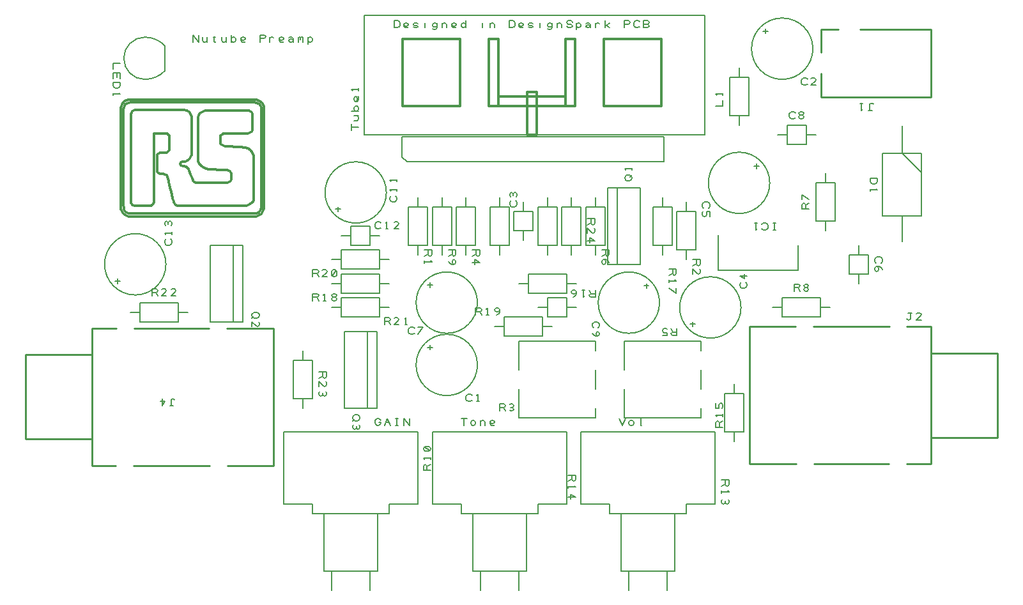
<source format=gbr>
G04 EasyPC Gerber Version 20.0.2 Build 4112 *
G04 #@! TF.Part,Single*
G04 #@! TF.FileFunction,Legend,Top *
%FSLAX35Y35*%
%MOIN*%
%ADD29C,0.00500*%
%ADD74C,0.00700*%
%ADD72C,0.00787*%
%ADD73C,0.00984*%
%ADD11C,0.01000*%
%ADD10C,0.01200*%
X0Y0D02*
D02*
D10*
X59478Y195310D02*
X58263Y195701D01*
X57217Y196378*
X56391Y197299*
X55836Y198419*
X55790Y198538*
X55750Y198629*
X55716Y198746*
X55687Y198939*
X55663Y199260*
X55644Y199760*
X55629Y200488*
X55618Y201499*
X55609Y202841*
X55604Y204567*
X55600Y206727*
X55600Y209373*
X55600Y212556*
X55601Y216327*
X55603Y220737*
X55606Y225838*
X55616Y252235*
X55722Y252609*
X56306Y253944*
X57203Y254999*
X58367Y255734*
X59750Y256109*
X59982Y256115*
X60572Y256120*
X61494Y256125*
X62724Y256129*
X64239Y256133*
X66015Y256137*
X68029Y256141*
X70257Y256143*
X72674Y256146*
X75257Y256148*
X77983Y256150*
X80828Y256152*
X83768Y256154*
X86778Y256154*
X89837Y256155*
X96000*
X99059Y256154*
X102069Y256154*
X105009Y256152*
X107854Y256150*
X110580Y256148*
X113163Y256146*
X115580Y256143*
X117807Y256141*
X119822Y256137*
X121598Y256133*
X123113Y256129*
X124343Y256125*
X125265Y256120*
X125855Y256115*
X126088Y256109*
X127836Y255551*
X129202Y254408*
X129752Y253562*
X130117Y252609*
X130222Y252235*
X130233Y225838*
X130234Y221607*
X130235Y217847*
X130236Y214532*
Y211631*
X130235Y209120*
X130235Y206968*
X130233Y205148*
X130231Y203633*
X130228Y202393*
X130224Y201402*
X130219Y200632*
X130213Y200053*
X130206Y199639*
X130199Y199362*
X130190Y199194*
X130181Y199106*
X129989Y198378*
X129692Y197706*
X129292Y197091*
X128790Y196534*
X127662Y195737*
X126329Y195307*
X126228Y195298*
X126019Y195289*
X125671Y195282*
X125146Y195276*
X124414Y195270*
X123439Y195265*
X122187Y195261*
X120624Y195257*
X118718Y195255*
X116433Y195253*
X113737Y195252*
X110594Y195251*
X106970Y195250*
X102834*
X98150Y195251*
X92884*
X87817Y195252*
X83279Y195252*
X79244Y195254*
X75683Y195254*
X72565Y195256*
X69865Y195258*
X67551Y195261*
X65597Y195263*
X63974Y195267*
X62653Y195271*
X61606Y195276*
X60804Y195281*
X60219Y195287*
X59821Y195294*
X59583Y195302*
X59478Y195310*
X62637Y200820D02*
X62012Y201002D01*
X61522Y201295*
X61161Y201706*
X60922Y202238*
X60910Y202294*
X60900Y202400*
X60890Y202583*
X60882Y202874*
X60876Y203302*
X60870Y203894*
X60865Y204681*
X60860Y205692*
X60856Y206956*
X60853Y208501*
X60850Y210358*
X60848Y212555*
X60846Y215121*
X60844Y218085*
X60842Y221478*
X60840Y225326*
X60838Y230889*
X60837Y235644*
X60838Y239617*
X60841Y242833*
X60846Y245317*
X60852Y247093*
X60861Y248187*
X60871Y248623*
X61067Y249525*
X61469Y250184*
X62096Y250615*
X62961Y250836*
X63215Y250847*
X63796Y250857*
X64734Y250864*
X66065Y250869*
X67820Y250871*
X70034Y250872*
X72740Y250872*
X75970Y250869*
X88608Y250856*
X88973Y250770*
X89624Y250585*
X90189Y250345*
X90694Y250038*
X91167Y249649*
X91878Y248780*
X92359Y247727*
X92437Y247485*
X92494Y247228*
X92535Y246812*
X92561Y246093*
X92576Y244926*
X92582Y243167*
X92584Y240672*
Y233959*
X92582Y231486*
X92576Y229736*
X92563Y228570*
X92539Y227847*
X92503Y227427*
X92451Y227172*
X92382Y226940*
X92026Y226099*
X91503Y225353*
X90831Y224726*
X90035Y224242*
X89291Y223965*
X88383Y223789*
X87634Y223667*
X87163Y223527*
X86892Y223331*
X86743Y223046*
X86709Y222852*
X86700Y222594*
X86715Y222341*
X86752Y222163*
X86918Y221938*
X87229Y221757*
X87726Y221604*
X88446Y221462*
X88919Y221377*
X89251Y221296*
X89518Y221195*
X89797Y221052*
X90069Y220863*
X90367Y220598*
X90641Y220304*
X90844Y220026*
X90976Y219733*
X91227Y219104*
X91579Y218189*
X92013Y217035*
X92424Y215940*
X92785Y214993*
X93056Y214295*
X93202Y213947*
X93446Y213549*
X93755Y213239*
X94142Y213004*
X94625Y212833*
X94946Y212746*
X111049*
X111380Y212835*
X112005Y213073*
X112501Y213416*
X112867Y213865*
X113102Y214420*
X113139Y214599*
X113161Y214864*
X113172Y215310*
X113174Y216034*
X113172Y216803*
X113161Y217246*
X113134Y217502*
X113084Y217706*
X112873Y218234*
X112545Y218652*
X111845Y219116*
X110872Y219345*
X110383Y219376*
X109330Y219430*
X107866Y219500*
X106147Y219579*
X104437Y219656*
X102999Y219722*
X101983Y219772*
X101541Y219796*
X99789Y220204*
X98196Y220996*
X96681Y222448*
X95839Y224300*
X95734Y224715*
Y238932*
X95735Y241554*
X95738Y243480*
X95744Y244827*
X95753Y245709*
X95766Y246239*
X95783Y246532*
X95807Y246703*
X96252Y248124*
X97021Y249219*
X98105Y249976*
X99494Y250387*
X99689Y250403*
X100089Y250416*
X100765Y250426*
X101795Y250433*
X103253Y250439*
X105215Y250442*
X107756Y250444*
X110950*
X114486Y250443*
X117183Y250442*
X119160Y250439*
X120535Y250433*
X121428Y250424*
X121954Y250411*
X122235Y250393*
X122387Y250370*
X123022Y250162*
X123513Y249829*
X123865Y249365*
X124087Y248761*
X124126Y248494*
X124148Y247907*
X124157Y246681*
X124159Y244499*
X124158Y240542*
X124070Y240228*
X123776Y239527*
X123331Y239022*
X122706Y238693*
X121875Y238517*
X121321Y238500*
X120036Y238487*
X118077Y238480*
X115506Y238476*
X113315*
X111689Y238474*
X110536Y238465*
X109761Y238448*
X109273Y238417*
X108978Y238370*
X108783Y238304*
X108596Y238213*
X108077Y237846*
X107692Y237350*
X107613Y237191*
X107553Y237039*
X107509Y236872*
X107480Y236667*
X107461Y236402*
X107452Y236056*
X107450Y235607*
X107454Y235033*
X107466Y233490*
X107613Y233193*
X107946Y232724*
X108430Y232349*
X109054Y232073*
X109809Y231903*
X110308Y231864*
X111451Y231787*
X113067Y231686*
X114986Y231568*
X116907Y231450*
X118532Y231347*
X119689Y231272*
X120205Y231233*
X121814Y230754*
X123188Y229782*
X124243Y228398*
X124893Y226684*
X124983Y226291*
X124996Y215739*
X124999Y211095*
X124995Y207713*
X124985Y205592*
X124969Y204733*
X124917Y204324*
X124850Y203978*
X124393Y202886*
X123641Y201993*
X122608Y201316*
X121313Y200868*
X120931Y200780*
X103411Y200768*
X99092Y200766*
X95420Y200765*
X92370Y200766*
X89913Y200768*
X88026Y200773*
X86681Y200779*
X85854Y200787*
X85518Y200798*
X84976Y200886*
X84547Y201021*
X84189Y201220*
X83864Y201503*
X83486Y201985*
X83213Y202614*
X83057Y203208*
X82702Y204626*
X82199Y206655*
X81602Y209083*
X81003Y211518*
X80494Y213567*
X80130Y215013*
X79965Y215643*
X79728Y216220*
X79432Y216658*
X79061Y216977*
X78598Y217195*
X78312Y217277*
X77983Y217336*
X77564Y217379*
X77013Y217411*
X76502Y217445*
X76131Y217496*
X75831Y217579*
X75537Y217706*
X75184Y217920*
X74900Y218185*
X74677Y218517*
X74503Y218924*
X74395Y219244*
Y222943*
X74397Y224970*
X74406Y226115*
X74426Y226663*
X74465Y226900*
X74673Y227437*
X74982Y227850*
X75409Y228152*
X75970Y228363*
X76181Y228409*
X76470Y228438*
X76951Y228459*
X77742Y228476*
X78646Y228498*
X79164Y228530*
X79468Y228595*
X79730Y228712*
X80308Y229176*
X80723Y229893*
X80842Y230256*
X80904Y230790*
X80927Y231844*
X80931Y233770*
X80930Y234881*
X80928Y235710*
X80920Y236306*
X80903Y236719*
X80874Y236996*
X80831Y237188*
X80769Y237343*
X80685Y237509*
X80526Y237749*
X80300Y237991*
X80038Y238206*
X79769Y238369*
X79580Y238456*
X79396Y238522*
X79172Y238569*
X78863Y238600*
X78422Y238620*
X77804Y238629*
X76964Y238633*
X72841*
X72831Y220670*
X72829Y217657*
X72827Y215000*
X72825Y212676*
X72823Y210662*
X72821Y208937*
X72819Y207475*
X72815Y206257*
X72811Y205258*
X72807Y204457*
X72802Y203831*
X72797Y203356*
X72790Y203011*
X72781Y202773*
X72772Y202618*
X72762Y202525*
X72751Y202471*
X72319Y201628*
X71607Y201077*
X71392Y200974*
X71202Y200898*
X70970Y200845*
X70630Y200811*
X70115Y200790*
X69358Y200780*
X68294Y200775*
X66856Y200772*
X64878Y200771*
X63636Y200777*
X62949Y200793*
X62637Y200820*
X126344Y196757D02*
X126685Y196878D01*
X127047Y197048*
X127389Y197246*
X127667Y197446*
X128226Y198053*
X128609Y198772*
X128650Y198863*
X128685Y198941*
X128715Y199054*
X128740Y199250*
X128761Y199577*
X128779Y200084*
X128793Y200820*
X128804Y201832*
X128811Y203170*
X128817Y204881*
X128821Y207014*
X128824Y209618*
X128824Y212740*
X128825Y216430*
Y225705*
X128824Y229894*
Y233616*
X128824Y236896*
X128823Y239763*
X128821Y242246*
X128820Y244371*
X128817Y246167*
X128814Y247661*
X128811Y248881*
X128806Y249855*
X128801Y250610*
X128795Y251175*
X128788Y251578*
X128780Y251846*
X128772Y252008*
X128762Y252089*
X128434Y252981*
X127869Y253736*
X127119Y254306*
X126231Y254639*
X126007Y254646*
X125422Y254654*
X124502Y254661*
X123272Y254667*
X121753Y254672*
X119970Y254677*
X117948Y254682*
X115710Y254686*
X113280Y254690*
X110683Y254693*
X107942Y254696*
X105081Y254698*
X102124Y254700*
X99096Y254701*
X96019Y254702*
X92919Y254702*
X89818Y254702*
X86741Y254701*
X83713Y254700*
X80755Y254698*
X77895Y254696*
X75154Y254693*
X72556Y254690*
X70126Y254686*
X67889Y254682*
X65867Y254677*
X64084Y254672*
X62565Y254667*
X61334Y254661*
X60415Y254654*
X59830Y254646*
X59606Y254639*
X58719Y254306*
X57968Y253736*
X57404Y252981*
X57076Y252089*
X57065Y252008*
X57056Y251846*
X57049Y251578*
X57042Y251175*
X57036Y250610*
X57031Y249855*
X57027Y248881*
X57023Y247661*
X57020Y246167*
X57018Y244371*
X57016Y242246*
X57015Y239763*
X57014Y236896*
X57013Y233616*
Y225705*
X57013Y220735*
Y216430*
X57013Y212740*
X57014Y209618*
X57017Y207014*
X57020Y204881*
X57026Y203170*
X57034Y201832*
X57045Y200820*
X57058Y200084*
X57076Y199577*
X57097Y199250*
X57122Y199054*
X57152Y198941*
X57187Y198863*
X57228Y198772*
X57623Y198035*
X58191Y197430*
X58898Y196984*
X59711Y196722*
X59824Y196715*
X60098Y196709*
X60552Y196702*
X61210Y196697*
X62093Y196693*
X63224Y196689*
X64625Y196686*
X66318Y196683*
X68325Y196681*
X70668Y196679*
X73370Y196678*
X76453Y196677*
X88209*
X93037Y196678*
X98673Y196679*
X103631Y196680*
X107953Y196681*
X111684Y196683*
X114869Y196685*
X117550Y196687*
X119772Y196690*
X121578Y196693*
X123013Y196697*
X124120Y196702*
X124944Y196709*
X125528Y196716*
X125916Y196724*
X126152Y196734*
X126280Y196745*
X126344Y196757*
X202608Y252750D02*
X232608D01*
Y287750*
X202608*
Y252750*
X247608D02*
X252608D01*
Y287750*
X247608*
Y252750*
X252608D02*
X287608D01*
Y257750*
X252608*
Y252750*
X267608Y237750D02*
X272608D01*
Y260250*
X267608*
Y237750*
X287608Y252750D02*
X292608D01*
Y287750*
X287608*
Y252750*
X307608D02*
X337608D01*
Y287750*
X307608*
Y252750*
D02*
D11*
X40600Y123124D02*
X5757D01*
Y79030*
X40600*
X52994Y65250D02*
X40600D01*
Y136904*
X53254*
X101482D02*
X62446D01*
X101919Y65250D02*
X62096D01*
X111198D02*
X135088D01*
Y136904*
X110761*
X407502Y137750D02*
X383612D01*
Y66096*
X407939*
X416781Y137750D02*
X456604D01*
X417218Y66096D02*
X456254D01*
X465706Y137750D02*
X478100D01*
Y66096*
X465446*
X478100Y79876D02*
X512943D01*
Y123970*
X478100*
D02*
D29*
X55287Y275250D02*
X51537D01*
Y272125*
Y270250D02*
X55287D01*
Y267125*
X53413Y267750D02*
Y270250D01*
X51537D02*
Y267125D01*
Y265250D02*
X55287D01*
Y263375*
X54975Y262750*
X54663Y262437*
X54037Y262125*
X52787*
X52163Y262437*
X51850Y262750*
X51537Y263375*
Y265250*
Y259625D02*
Y258375D01*
Y259000D02*
X55287D01*
X54663Y259625*
X53913Y160250D02*
Y162750D01*
X55163Y161500D02*
X52663D01*
X60600Y145250D02*
X65600D01*
X63100Y154250D02*
G75*
G02X47100Y170250J16000D01*
G01*
G75*
G02X63100Y186250I16000*
G01*
G75*
G02X79100Y170250J-16000*
G01*
G75*
G02X63100Y154250I-16000*
G01*
X65600Y140250D02*
Y150250D01*
X85600*
Y140250*
X65600*
X68100Y288750D02*
G75*
G03X57100Y277750J-11000D01*
G01*
G75*
G03X68100Y266750I11000*
G01*
G75*
G03X78400Y271050I-41J14583*
G01*
Y284450*
G75*
G03X68100Y288750I-10341J-10283*
G01*
X71850Y153687D02*
Y157437D01*
X74037*
X74663Y157125*
X74975Y156500*
X74663Y155875*
X74037Y155563*
X71850*
X74037D02*
X74975Y153687D01*
X79350D02*
X76850D01*
X79037Y155875*
X79350Y156500*
X79037Y157125*
X78413Y157437*
X77475*
X76850Y157125*
X84350Y153687D02*
X81850D01*
X84037Y155875*
X84350Y156500*
X84037Y157125*
X83413Y157437*
X82475*
X81850Y157125*
X81537Y183375D02*
X81850Y183063D01*
X82163Y182437*
Y181500*
X81850Y180875*
X81537Y180563*
X80913Y180250*
X79663*
X79037Y180563*
X78725Y180875*
X78413Y181500*
Y182437*
X78725Y183063*
X79037Y183375*
X82163Y185875D02*
Y187125D01*
Y186500D02*
X78413D01*
X79037Y185875*
X81850Y190563D02*
X82163Y191187D01*
Y191813*
X81850Y192437*
X81225Y192750*
X80600Y192437*
X80287Y191813*
Y191187*
Y191813D02*
X79975Y192437D01*
X79350Y192750*
X78725Y192437*
X78413Y191813*
Y191187*
X78725Y190563*
X83635Y99494D02*
X83323Y99807D01*
X82698Y100120*
X82073Y99807*
X81760Y99494*
Y96370*
X81135*
X81760D02*
X83010D01*
X77073Y100120D02*
Y96370D01*
X78635Y98870*
X76135*
X85600Y145250D02*
X90600D01*
X93100Y286187D02*
Y289937D01*
X96225Y286187*
Y289937*
X98100Y288687D02*
Y287125D01*
X98413Y286500*
X99037Y286187*
X99663*
X100287Y286500*
X100600Y287125*
Y288687D02*
Y286187D01*
X103725Y288687D02*
X104975D01*
X104350Y289313D02*
Y286500D01*
X104663Y286187*
X104975*
X105287Y286500*
X108100Y288687D02*
Y287125D01*
X108413Y286500*
X109037Y286187*
X109663*
X110287Y286500*
X110600Y287125*
Y288687D02*
Y286187D01*
X113100Y287125D02*
X113413Y286500D01*
X114037Y286187*
X114663*
X115287Y286500*
X115600Y287125*
Y287750*
X115287Y288375*
X114663Y288687*
X114037*
X113413Y288375*
X113100Y287750*
Y286187D02*
Y289937D01*
X120600Y286500D02*
X120287Y286187D01*
X119663*
X119037*
X118413Y286500*
X118100Y287125*
Y288063*
X118413Y288375*
X119037Y288687*
X119663*
X120287Y288375*
X120600Y288063*
Y287750*
X120287Y287437*
X119663Y287125*
X119037*
X118413Y287437*
X118100Y287750*
X128100Y286187D02*
Y289937D01*
X130287*
X130913Y289625*
X131225Y289000*
X130913Y288375*
X130287Y288063*
X128100*
X133100Y286187D02*
Y288687D01*
Y287750D02*
X133413Y288375D01*
X134037Y288687*
X134663*
X135287Y288375*
X140600Y286500D02*
X140287Y286187D01*
X139663*
X139037*
X138413Y286500*
X138100Y287125*
Y288063*
X138413Y288375*
X139037Y288687*
X139663*
X140287Y288375*
X140600Y288063*
Y287750*
X140287Y287437*
X139663Y287125*
X139037*
X138413Y287437*
X138100Y287750*
X143100Y288375D02*
X143725Y288687D01*
X144663*
X145287Y288375*
X145600Y287750*
Y286813*
X145287Y286500*
X144663Y286187*
X144037*
X143413Y286500*
X143100Y286813*
Y287125*
X143413Y287437*
X144037Y287750*
X144663*
X145287Y287437*
X145600Y287125*
Y286813D02*
Y286187D01*
X148100D02*
Y288687D01*
Y288375D02*
X148413Y288687D01*
X149037*
X149350Y288375*
Y287437*
Y288375D02*
X149663Y288687D01*
X150287*
X150600Y288375*
Y286187*
X153100Y288687D02*
Y285250D01*
Y287125D02*
X153413Y286500D01*
X154037Y286187*
X154663*
X155287Y286500*
X155600Y287125*
Y287750*
X155287Y288375*
X154663Y288687*
X154037*
X153413Y288375*
X153100Y287750*
Y287125*
X114100Y180250D02*
Y140250D01*
X119100Y180250D02*
X102100D01*
Y140250*
X119100*
Y180250*
X125287Y145250D02*
X126537D01*
X127163Y144937*
X127475Y144625*
X127787Y144000*
Y143375*
X127475Y142750*
X127163Y142437*
X126537Y142125*
X125287*
X124663Y142437*
X124350Y142750*
X124037Y143375*
Y144000*
X124350Y144625*
X124663Y144937*
X125287Y145250*
X124975Y143063D02*
X124037Y142125D01*
Y137750D02*
Y140250D01*
X126225Y138063*
X126850Y137750*
X127475Y138063*
X127787Y138687*
Y139625*
X127475Y140250*
X145600Y120250D02*
X155600D01*
Y100250*
X145600*
Y120250*
X150600Y100250D02*
Y95250D01*
Y125250D02*
Y120250D01*
X155600Y151187D02*
Y154937D01*
X157787*
X158413Y154625*
X158725Y154000*
X158413Y153375*
X157787Y153063*
X155600*
X157787D02*
X158725Y151187D01*
X161225D02*
X162475D01*
X161850D02*
Y154937D01*
X161225Y154313*
X166537Y153063D02*
X167163D01*
X167787Y153375*
X168100Y154000*
X167787Y154625*
X167163Y154937*
X166537*
X165913Y154625*
X165600Y154000*
X165913Y153375*
X166537Y153063*
X165913Y152750*
X165600Y152125*
X165913Y151500*
X166537Y151187*
X167163*
X167787Y151500*
X168100Y152125*
X167787Y152750*
X167163Y153063*
X155600Y163687D02*
Y167437D01*
X157787*
X158413Y167125*
X158725Y166500*
X158413Y165875*
X157787Y165563*
X155600*
X157787D02*
X158725Y163687D01*
X163100D02*
X160600D01*
X162787Y165875*
X163100Y166500*
X162787Y167125*
X162163Y167437*
X161225*
X160600Y167125*
X165913Y164000D02*
X166537Y163687D01*
X167163*
X167787Y164000*
X168100Y164625*
Y166500*
X167787Y167125*
X167163Y167437*
X166537*
X165913Y167125*
X165600Y166500*
Y164625*
X165913Y164000*
X167787Y167125*
X159037Y114000D02*
X162787D01*
Y111813*
X162475Y111187*
X161850Y110875*
X161225Y111187*
X160913Y111813*
Y114000*
Y111813D02*
X159037Y110875D01*
Y106500D02*
Y109000D01*
X161225Y106813*
X161850Y106500*
X162475Y106813*
X162787Y107437*
Y108375*
X162475Y109000*
X159350Y103687D02*
X159037Y103063D01*
Y102437*
X159350Y101813*
X159975Y101500*
X160600Y101813*
X160913Y102437*
Y103063*
Y102437D02*
X161225Y101813D01*
X161850Y101500*
X162475Y101813*
X162787Y102437*
Y103063*
X162475Y103687*
X165600Y10250D02*
Y250D01*
Y147750D02*
X170600D01*
X165600Y160250D02*
X170600D01*
Y142750D02*
Y152750D01*
X190600*
Y142750*
X170600*
Y155250D02*
Y165250D01*
X190600*
Y155250*
X170600*
Y172750D02*
X165600D01*
X168913Y197750D02*
Y200250D01*
X170163Y199000D02*
X167663D01*
X177787Y91750D02*
X179037D01*
X179663Y91437*
X179975Y91125*
X180287Y90500*
Y89875*
X179975Y89250*
X179663Y88937*
X179037Y88625*
X177787*
X177163Y88937*
X176850Y89250*
X176537Y89875*
Y90500*
X176850Y91125*
X177163Y91437*
X177787Y91750*
X177475Y89563D02*
X176537Y88625D01*
X176850Y86437D02*
X176537Y85813D01*
Y85187*
X176850Y84563*
X177475Y84250*
X178100Y84563*
X178413Y85187*
Y85813*
Y85187D02*
X178725Y84563D01*
X179350Y84250*
X179975Y84563*
X180287Y85187*
Y85813*
X179975Y86437*
X175600Y185250D02*
X170600D01*
X178100Y191750D02*
G75*
G02X162100Y207750J16000D01*
G01*
G75*
G02X178100Y223750I16000*
G01*
G75*
G02X194100Y207750J-16000*
G01*
G75*
G02X178100Y191750I-16000*
G01*
X179663Y241813D02*
X175913D01*
Y240250D02*
Y243375D01*
X177163Y245250D02*
X178725D01*
X179350Y245563*
X179663Y246187*
Y246813*
X179350Y247437*
X178725Y247750*
X177163D02*
X179663D01*
X178725Y250250D02*
X179350Y250563D01*
X179663Y251187*
Y251813*
X179350Y252437*
X178725Y252750*
X178100*
X177475Y252437*
X177163Y251813*
Y251187*
X177475Y250563*
X178100Y250250*
X179663D02*
X175913D01*
X179350Y257750D02*
X179663Y257437D01*
Y256813*
Y256187*
X179350Y255563*
X178725Y255250*
X177787*
X177475Y255563*
X177163Y256187*
Y256813*
X177475Y257437*
X177787Y257750*
X178100*
X178413Y257437*
X178725Y256813*
Y256187*
X178413Y255563*
X178100Y255250*
X179663Y260875D02*
Y262125D01*
Y261500D02*
X175913D01*
X176537Y260875*
X184100Y135250D02*
Y95250D01*
X185600Y10250D02*
Y250D01*
Y190250D02*
Y180250D01*
X175600*
Y190250*
X185600*
X190287Y87750D02*
X191225D01*
Y87437*
X190913Y86813*
X190600Y86500*
X189975Y86187*
X189350*
X188725Y86500*
X188413Y86813*
X188100Y87437*
Y88687*
X188413Y89313*
X188725Y89625*
X189350Y89937*
X189975*
X190600Y89625*
X190913Y89313*
X191225Y88687*
X193100Y86187D02*
X194663Y89937D01*
X196225Y86187*
X193725Y87750D02*
X195600D01*
X199037Y86187D02*
X200287D01*
X199663D02*
Y89937D01*
X199037D02*
X200287D01*
X203100Y86187D02*
Y89937D01*
X206225Y86187*
Y89937*
X191225Y189313D02*
X190913Y189000D01*
X190287Y188687*
X189350*
X188725Y189000*
X188413Y189313*
X188100Y189937*
Y191187*
X188413Y191813*
X188725Y192125*
X189350Y192437*
X190287*
X190913Y192125*
X191225Y191813*
X193725Y188687D02*
X194975D01*
X194350D02*
Y192437D01*
X193725Y191813*
X200600Y188687D02*
X198100D01*
X200287Y190875*
X200600Y191500*
X200287Y192125*
X199663Y192437*
X198725*
X198100Y192125*
X189100Y135250D02*
X172100D01*
Y95250*
X189100*
Y135250*
X189600Y40250D02*
Y10250D01*
X161600*
Y40250*
X190600Y147750D02*
X195600D01*
X190600Y160250D02*
X195600D01*
X190600Y177750D02*
Y167750D01*
X170600*
Y177750*
X190600*
Y185250D02*
X185600D01*
X193100Y138687D02*
Y142437D01*
X195287*
X195913Y142125*
X196225Y141500*
X195913Y140875*
X195287Y140563*
X193100*
X195287D02*
X196225Y138687D01*
X200600D02*
X198100D01*
X200287Y140875*
X200600Y141500*
X200287Y142125*
X199663Y142437*
X198725*
X198100Y142125*
X203725Y138687D02*
X204975D01*
X204350D02*
Y142437D01*
X203725Y141813*
X195600Y172750D02*
X190600D01*
X198100Y293687D02*
Y297437D01*
X199975*
X200600Y297125*
X200913Y296813*
X201225Y296187*
Y294937*
X200913Y294313*
X200600Y294000*
X199975Y293687*
X198100*
X205600Y294000D02*
X205287Y293687D01*
X204663*
X204037*
X203413Y294000*
X203100Y294625*
Y295563*
X203413Y295875*
X204037Y296187*
X204663*
X205287Y295875*
X205600Y295563*
Y295250*
X205287Y294937*
X204663Y294625*
X204037*
X203413Y294937*
X203100Y295250*
X208100Y294000D02*
X208725Y293687D01*
X209975*
X210600Y294000*
Y294625*
X209975Y294937*
X208725*
X208100Y295250*
Y295875*
X208725Y296187*
X209975*
X210600Y295875*
X214350Y293687D02*
Y296187D01*
Y297125D02*
X220600Y295250*
X220287Y295875D01*
X219663Y296187*
X219037*
X218413Y295875*
X218100Y295250*
Y294937*
X218413Y294313*
X219037Y294000*
X219663*
X220287Y294313*
X220600Y294937*
Y296187D02*
Y293687D01*
X220287Y293063*
X219663Y292750*
X218725*
X218100Y293063*
X223100Y293687D02*
Y296187D01*
Y295250D02*
X223413Y295875D01*
X224037Y296187*
X224663*
X225287Y295875*
X225600Y295250*
Y293687*
X230600Y294000D02*
X230287Y293687D01*
X229663*
X229037*
X228413Y294000*
X228100Y294625*
Y295563*
X228413Y295875*
X229037Y296187*
X229663*
X230287Y295875*
X230600Y295563*
Y295250*
X230287Y294937*
X229663Y294625*
X229037*
X228413Y294937*
X228100Y295250*
X235600D02*
X235287Y295875D01*
X234663Y296187*
X234037*
X233413Y295875*
X233100Y295250*
Y294625*
X233413Y294000*
X234037Y293687*
X234663*
X235287Y294000*
X235600Y294625*
Y293687D02*
Y297437D01*
X244350Y293687D02*
Y296187D01*
Y297125D02*
X248100Y293687*
Y296187D01*
Y295250D02*
X248413Y295875D01*
X249037Y296187*
X249663*
X250287Y295875*
X250600Y295250*
Y293687*
X258100D02*
Y297437D01*
X259975*
X260600Y297125*
X260913Y296813*
X261225Y296187*
Y294937*
X260913Y294313*
X260600Y294000*
X259975Y293687*
X258100*
X265600Y294000D02*
X265287Y293687D01*
X264663*
X264037*
X263413Y294000*
X263100Y294625*
Y295563*
X263413Y295875*
X264037Y296187*
X264663*
X265287Y295875*
X265600Y295563*
Y295250*
X265287Y294937*
X264663Y294625*
X264037*
X263413Y294937*
X263100Y295250*
X268100Y294000D02*
X268725Y293687D01*
X269975*
X270600Y294000*
Y294625*
X269975Y294937*
X268725*
X268100Y295250*
Y295875*
X268725Y296187*
X269975*
X270600Y295875*
X274350Y293687D02*
Y296187D01*
Y297125D02*
X280600Y295250*
X280287Y295875D01*
X279663Y296187*
X279037*
X278413Y295875*
X278100Y295250*
Y294937*
X278413Y294313*
X279037Y294000*
X279663*
X280287Y294313*
X280600Y294937*
Y296187D02*
Y293687D01*
X280287Y293063*
X279663Y292750*
X278725*
X278100Y293063*
X283100Y293687D02*
Y296187D01*
Y295250D02*
X283413Y295875D01*
X284037Y296187*
X284663*
X285287Y295875*
X285600Y295250*
Y293687*
X288100Y294625D02*
X288413Y294000D01*
X289037Y293687*
X290287*
X290913Y294000*
X291225Y294625*
X290913Y295250*
X290287Y295563*
X289037*
X288413Y295875*
X288100Y296500*
X288413Y297125*
X289037Y297437*
X290287*
X290913Y297125*
X291225Y296500*
X293100Y296187D02*
Y292750D01*
Y294625D02*
X293413Y294000D01*
X294037Y293687*
X294663*
X295287Y294000*
X295600Y294625*
Y295250*
X295287Y295875*
X294663Y296187*
X294037*
X293413Y295875*
X293100Y295250*
Y294625*
X298100Y295875D02*
X298725Y296187D01*
X299663*
X300287Y295875*
X300600Y295250*
Y294313*
X300287Y294000*
X299663Y293687*
X299037*
X298413Y294000*
X298100Y294313*
Y294625*
X298413Y294937*
X299037Y295250*
X299663*
X300287Y294937*
X300600Y294625*
Y294313D02*
Y293687D01*
X303100D02*
Y296187D01*
Y295250D02*
X303413Y295875D01*
X304037Y296187*
X304663*
X305287Y295875*
X308100Y293687D02*
Y297437D01*
Y294937D02*
X309037D01*
X310600Y296187*
X309037Y294937D02*
X310600Y293687D01*
X318100D02*
Y297437D01*
X320287*
X320913Y297125*
X321225Y296500*
X320913Y295875*
X320287Y295563*
X318100*
X326225Y294313D02*
X325913Y294000D01*
X325287Y293687*
X324350*
X323725Y294000*
X323413Y294313*
X323100Y294937*
Y296187*
X323413Y296813*
X323725Y297125*
X324350Y297437*
X325287*
X325913Y297125*
X326225Y296813*
X330287Y295563D02*
X330913Y295250D01*
X331225Y294625*
X330913Y294000*
X330287Y293687*
X328100*
Y297437*
X330287*
X330913Y297125*
X331225Y296500*
X330913Y295875*
X330287Y295563*
X328100*
X199037Y205875D02*
X199350Y205563D01*
X199663Y204937*
Y204000*
X199350Y203375*
X199037Y203063*
X198413Y202750*
X197163*
X196537Y203063*
X196225Y203375*
X195913Y204000*
Y204937*
X196225Y205563*
X196537Y205875*
X199663Y208375D02*
Y209625D01*
Y209000D02*
X195913D01*
X196537Y208375*
X199663Y213375D02*
Y214625D01*
Y214000D02*
X195913D01*
X196537Y213375*
X202352Y236687D02*
X338848D01*
Y223813*
X204852*
X202352Y226313*
Y236687*
X208725Y134313D02*
X208413Y134000D01*
X207787Y133687*
X206850*
X206225Y134000*
X205913Y134313*
X205600Y134937*
Y136187*
X205913Y136813*
X206225Y137125*
X206850Y137437*
X207787*
X208413Y137125*
X208725Y136813*
X210600Y133687D02*
X213100Y137437D01*
X210600*
X205600Y200250D02*
X215600D01*
Y180250*
X205600*
Y200250*
X209600Y117750D02*
G75*
G02X225600Y133750I16000D01*
G01*
G75*
G02X241600Y117750J-16000*
G01*
G75*
G02X225600Y101750I-16000*
G01*
G75*
G02X209600Y117750J16000*
G01*
Y150250D02*
G75*
G02X225600Y166250I16000D01*
G01*
G75*
G02X241600Y150250J-16000*
G01*
G75*
G02X225600Y134250I-16000*
G01*
G75*
G02X209600Y150250J16000*
G01*
X210600Y45250D02*
X195600D01*
Y40250*
X155600*
Y45250*
X140600*
Y82750*
X210600*
Y45250*
Y180250D02*
Y175250D01*
Y205250D02*
Y200250D01*
X214037Y177750D02*
X217787D01*
Y175563*
X217475Y174937*
X216850Y174625*
X216225Y174937*
X215913Y175563*
Y177750*
Y175563D02*
X214037Y174625D01*
Y172125D02*
Y170875D01*
Y171500D02*
X217787D01*
X217163Y172125*
X215600Y126937D02*
X218100D01*
X216850Y125687D02*
Y128187D01*
X215600Y159437D02*
X218100D01*
X216850Y158187D02*
Y160687D01*
X217163Y62750D02*
X213413D01*
Y64937*
X213725Y65563*
X214350Y65875*
X214975Y65563*
X215287Y64937*
Y62750*
Y64937D02*
X217163Y65875D01*
Y68375D02*
Y69625D01*
Y69000D02*
X213413D01*
X214037Y68375*
X216850Y73063D02*
X217163Y73687D01*
Y74313*
X216850Y74937*
X216225Y75250*
X214350*
X213725Y74937*
X213413Y74313*
Y73687*
X213725Y73063*
X214350Y72750*
X216225*
X216850Y73063*
X213725Y74937*
X223100Y175250D02*
Y180250D01*
Y200250D02*
Y205250D01*
X226537Y177750D02*
X230287D01*
Y175563*
X229975Y174937*
X229350Y174625*
X228725Y174937*
X228413Y175563*
Y177750*
Y175563D02*
X226537Y174625D01*
Y171813D02*
X226850Y171187D01*
X227475Y170563*
X228413Y170250*
X229350*
X229975Y170563*
X230287Y171187*
Y171813*
X229975Y172437*
X229350Y172750*
X228725Y172437*
X228413Y171813*
Y171187*
X228725Y170563*
X229350Y170250*
X228100Y180250D02*
X218100D01*
Y200250*
X228100*
Y180250*
X230600Y200250D02*
X240600D01*
Y180250*
X230600*
Y200250*
X234663Y86187D02*
Y89937D01*
X233100D02*
X236225D01*
X238100Y87125D02*
X238413Y86500D01*
X239037Y86187*
X239663*
X240287Y86500*
X240600Y87125*
Y87750*
X240287Y88375*
X239663Y88687*
X239037*
X238413Y88375*
X238100Y87750*
Y87125*
X243100Y86187D02*
Y88687D01*
Y87750D02*
X243413Y88375D01*
X244037Y88687*
X244663*
X245287Y88375*
X245600Y87750*
Y86187*
X250600Y86500D02*
X250287Y86187D01*
X249663*
X249037*
X248413Y86500*
X248100Y87125*
Y88063*
X248413Y88375*
X249037Y88687*
X249663*
X250287Y88375*
X250600Y88063*
Y87750*
X250287Y87437*
X249663Y87125*
X249037*
X248413Y87437*
X248100Y87750*
X238725Y99313D02*
X238413Y99000D01*
X237787Y98687*
X236850*
X236225Y99000*
X235913Y99313*
X235600Y99937*
Y101187*
X235913Y101813*
X236225Y102125*
X236850Y102437*
X237787*
X238413Y102125*
X238725Y101813*
X241225Y98687D02*
X242475D01*
X241850D02*
Y102437D01*
X241225Y101813*
X235600Y180250D02*
Y175250D01*
Y205250D02*
Y200250D01*
X239037Y177750D02*
X242787D01*
Y175563*
X242475Y174937*
X241850Y174625*
X241225Y174937*
X240913Y175563*
Y177750*
Y175563D02*
X239037Y174625D01*
Y171187D02*
X242787D01*
X240287Y172750*
Y170250*
X240600Y143687D02*
Y147437D01*
X242787*
X243413Y147125*
X243725Y146500*
X243413Y145875*
X242787Y145563*
X240600*
X242787D02*
X243725Y143687D01*
X246225D02*
X247475D01*
X246850D02*
Y147437D01*
X246225Y146813*
X251537Y143687D02*
X252163Y144000D01*
X252787Y144625*
X253100Y145563*
Y146500*
X252787Y147125*
X252163Y147437*
X251537*
X250913Y147125*
X250600Y146500*
X250913Y145875*
X251537Y145563*
X252163*
X252787Y145875*
X253100Y146500*
X243100Y10250D02*
Y250D01*
X248100Y200250D02*
X258100D01*
Y180250*
X248100*
Y200250*
X250600Y137750D02*
X255600D01*
X253100Y93687D02*
Y97437D01*
X255287*
X255913Y97125*
X256225Y96500*
X255913Y95875*
X255287Y95563*
X253100*
X255287D02*
X256225Y93687D01*
X258413Y94000D02*
X259037Y93687D01*
X259663*
X260287Y94000*
X260600Y94625*
X260287Y95250*
X259663Y95563*
X259037*
X259663D02*
X260287Y95875D01*
X260600Y96500*
X260287Y97125*
X259663Y97437*
X259037*
X258413Y97125*
X253100Y180250D02*
Y175250D01*
Y205250D02*
Y200250D01*
X255600Y132750D02*
Y142750D01*
X275600*
Y132750*
X255600*
X263100Y10250D02*
Y250D01*
Y115250D02*
Y130250D01*
X303100*
Y125250*
X261537Y203375D02*
X261850Y203063D01*
X262163Y202437*
Y201500*
X261850Y200875*
X261537Y200563*
X260913Y200250*
X259663*
X259037Y200563*
X258725Y200875*
X258413Y201500*
Y202437*
X258725Y203063*
X259037Y203375*
X261850Y205563D02*
X262163Y206187D01*
Y206813*
X261850Y207437*
X261225Y207750*
X260600Y207437*
X260287Y206813*
Y206187*
Y206813D02*
X259975Y207437D01*
X259350Y207750*
X258725Y207437*
X258413Y206813*
Y206187*
X258725Y205563*
X265600Y182750D02*
Y187750D01*
Y197750D02*
Y202750D01*
X267100Y40250D02*
Y10250D01*
X239100*
Y40250*
X268100Y160250D02*
X263100D01*
X270600Y187750D02*
X260600D01*
Y197750*
X270600*
Y187750*
X273100Y200250D02*
X283100D01*
Y180250*
X273100*
Y200250*
X275600Y137750D02*
X280600D01*
X278100Y147750D02*
X273100D01*
X278100Y180250D02*
Y175250D01*
Y205250D02*
Y200250D01*
X285600D02*
X295600D01*
Y180250*
X285600*
Y200250*
X288100Y45250D02*
X273100D01*
Y40250*
X233100*
Y45250*
X218100*
Y82750*
X288100*
Y45250*
X289037Y60250D02*
X292787D01*
Y58063*
X292475Y57437*
X291850Y57125*
X291225Y57437*
X290913Y58063*
Y60250*
Y58063D02*
X289037Y57125D01*
Y54625D02*
Y53375D01*
Y54000D02*
X292787D01*
X292163Y54625*
X289037Y48687D02*
X292787D01*
X290287Y50250*
Y47750*
X288100Y152750D02*
Y142750D01*
X278100*
Y152750*
X288100*
Y165250D02*
Y155250D01*
X268100*
Y165250*
X288100*
X290600Y180250D02*
Y175250D01*
Y205250D02*
Y200250D01*
X293100Y147750D02*
X288100D01*
X293100Y160250D02*
X288100D01*
X299037Y194000D02*
X302787D01*
Y191813*
X302475Y191187*
X301850Y190875*
X301225Y191187*
X300913Y191813*
Y194000*
Y191813D02*
X299037Y190875D01*
Y186500D02*
Y189000D01*
X301225Y186813*
X301850Y186500*
X302475Y186813*
X302787Y187437*
Y188375*
X302475Y189000*
X299037Y182437D02*
X302787D01*
X300287Y184000*
Y181500*
X298100Y200250D02*
X308100D01*
Y180250*
X298100*
Y200250*
X302163Y137125D02*
X301850Y137437D01*
X301537Y138063*
Y139000*
X301850Y139625*
X302163Y139937*
X302787Y140250*
X304037*
X304663Y139937*
X304975Y139625*
X305287Y139000*
Y138063*
X304975Y137437*
X304663Y137125*
X301537Y134313D02*
X301850Y133687D01*
X302475Y133063*
X303413Y132750*
X304350*
X304975Y133063*
X305287Y133687*
Y134313*
X304975Y134937*
X304350Y135250*
X303725Y134937*
X303413Y134313*
Y133687*
X303725Y133063*
X304350Y132750*
X303100Y95250D02*
Y90250D01*
X263100*
Y105250*
X303100D02*
Y115250D01*
Y156813D02*
Y153063D01*
X300913*
X300287Y153375*
X299975Y154000*
X300287Y154625*
X300913Y154937*
X303100*
X300913D02*
X299975Y156813D01*
X297475D02*
X296225D01*
X296850D02*
Y153063D01*
X297475Y153687*
X293100Y155875D02*
X292787Y155250D01*
X292163Y154937*
X291537*
X290913Y155250*
X290600Y155875*
X290913Y156500*
X291537Y156813*
X292163*
X292787Y156500*
X293100Y155875*
Y154937*
X292787Y154000*
X292163Y153375*
X291537Y153063*
X303100Y180250D02*
Y175250D01*
Y205250D02*
Y200250D01*
X306537Y177750D02*
X310287D01*
Y175563*
X309975Y174937*
X309350Y174625*
X308725Y174937*
X308413Y175563*
Y177750*
Y175563D02*
X306537Y174625D01*
X307475Y172750D02*
X308100Y172437D01*
X308413Y171813*
Y171187*
X308100Y170563*
X307475Y170250*
X306850Y170563*
X306537Y171187*
Y171813*
X306850Y172437*
X307475Y172750*
X308413*
X309350Y172437*
X309975Y171813*
X310287Y171187*
X309600Y170250D02*
X326600D01*
Y210250*
X309600*
Y170250*
X314600D02*
Y210250D01*
X315600Y89937D02*
X317163Y86187D01*
X318725Y89937*
X320600Y87125D02*
X320913Y86500D01*
X321537Y86187*
X322163*
X322787Y86500*
X323100Y87125*
Y87750*
X322787Y88375*
X322163Y88687*
X321537*
X320913Y88375*
X320600Y87750*
Y87125*
X327163Y86187D02*
X326850D01*
Y89937*
X318100Y115250D02*
Y130250D01*
X358100*
Y125250*
X320600Y10250D02*
Y250D01*
Y166250D02*
G75*
G02X336600Y150250J-16000D01*
G01*
G75*
G02X320600Y134250I-16000*
G01*
G75*
G02X304600Y150250J16000*
G01*
G75*
G02X320600Y166250I16000*
G01*
X320913Y213750D02*
X319663D01*
X319037Y214063*
X318725Y214375*
X318413Y215000*
Y215625*
X318725Y216250*
X319037Y216563*
X319663Y216875*
X320913*
X321537Y216563*
X321850Y216250*
X322163Y215625*
Y215000*
X321850Y214375*
X321537Y214063*
X320913Y213750*
X321225Y215937D02*
X322163Y216875D01*
Y219375D02*
Y220625D01*
Y220000D02*
X318413D01*
X319037Y219375*
X329787Y160250D02*
Y157750D01*
X328537Y159000D02*
X331037D01*
X333100Y200250D02*
X343100D01*
Y180250*
X333100*
Y200250*
X338100Y180250D02*
Y175250D01*
Y205250D02*
Y200250D01*
X340600Y10250D02*
Y250D01*
X341537Y167750D02*
X345287D01*
Y165563*
X344975Y164937*
X344350Y164625*
X343725Y164937*
X343413Y165563*
Y167750*
Y165563D02*
X341537Y164625D01*
Y162125D02*
Y160875D01*
Y161500D02*
X345287D01*
X344663Y162125*
X341537Y157750D02*
X345287Y155250D01*
Y157750*
X344600Y40250D02*
Y10250D01*
X316600*
Y40250*
X345600Y136813D02*
Y133063D01*
X343413*
X342787Y133375*
X342475Y134000*
X342787Y134625*
X343413Y134937*
X345600*
X343413D02*
X342475Y136813D01*
X340600Y136500D02*
X339975Y136813D01*
X339037*
X338413Y136500*
X338100Y135875*
Y135563*
X338413Y134937*
X339037Y134625*
X340600*
Y133063*
X338100*
X345600Y197750D02*
X355600D01*
Y177750*
X345600*
Y197750*
X350600Y177750D02*
Y172750D01*
Y202750D02*
Y197750D01*
X354037Y172750D02*
X357787D01*
Y170563*
X357475Y169937*
X356850Y169625*
X356225Y169937*
X355913Y170563*
Y172750*
Y170563D02*
X354037Y169625D01*
Y165250D02*
Y167750D01*
X356225Y165563*
X356850Y165250*
X357475Y165563*
X357787Y166187*
Y167125*
X357475Y167750*
X353913Y137750D02*
Y140250D01*
X355163Y139000D02*
X352663D01*
X358100Y95250D02*
Y90250D01*
X318100*
Y105250*
X358100D02*
Y115250D01*
X359663Y199625D02*
X359350Y199937D01*
X359037Y200563*
Y201500*
X359350Y202125*
X359663Y202437*
X360287Y202750*
X361537*
X362163Y202437*
X362475Y202125*
X362787Y201500*
Y200563*
X362475Y199937*
X362163Y199625*
X359350Y197750D02*
X359037Y197125D01*
Y196187*
X359350Y195563*
X359975Y195250*
X360287*
X360913Y195563*
X361225Y196187*
Y197750*
X362787*
Y195250*
X363100Y131750D02*
G75*
G02X347100Y147750J16000D01*
G01*
G75*
G02X363100Y163750I16000*
G01*
G75*
G02X379100Y147750J-16000*
G01*
G75*
G02X363100Y131750I-16000*
G01*
X365600Y45250D02*
X350600D01*
Y40250*
X310600*
Y45250*
X295600*
Y82750*
X365600*
Y45250*
X369037Y57750D02*
X372787D01*
Y55563*
X372475Y54937*
X371850Y54625*
X371225Y54937*
X370913Y55563*
Y57750*
Y55563D02*
X369037Y54625D01*
Y52125D02*
Y50875D01*
Y51500D02*
X372787D01*
X372163Y52125*
X369350Y47437D02*
X369037Y46813D01*
Y46187*
X369350Y45563*
X369975Y45250*
X370600Y45563*
X370913Y46187*
Y46813*
Y46187D02*
X371225Y45563D01*
X371850Y45250*
X372475Y45563*
X372787Y46187*
Y46813*
X372475Y47437*
X369663Y85250D02*
X365913D01*
Y87437*
X366225Y88063*
X366850Y88375*
X367475Y88063*
X367787Y87437*
Y85250*
Y87437D02*
X369663Y88375D01*
Y90875D02*
Y92125D01*
Y91500D02*
X365913D01*
X366537Y90875*
X369350Y95250D02*
X369663Y95875D01*
Y96813*
X369350Y97437*
X368725Y97750*
X368413*
X367787Y97437*
X367475Y96813*
Y95250*
X365913*
Y97750*
Y252750D02*
X369663D01*
Y255875*
Y258375D02*
Y259625D01*
Y259000D02*
X365913D01*
X366537Y258375*
X375600Y77750D02*
Y82750D01*
Y102750D02*
Y107750D01*
X378100Y228750D02*
G75*
G02X394100Y212750J-16000D01*
G01*
G75*
G02X378100Y196750I-16000*
G01*
G75*
G02X362100Y212750J16000*
G01*
G75*
G02X378100Y228750I16000*
G01*
X380600Y82750D02*
X370600D01*
Y102750*
X380600*
Y82750*
X381537Y160875D02*
X381850Y160563D01*
X382163Y159937*
Y159000*
X381850Y158375*
X381537Y158063*
X380913Y157750*
X379663*
X379037Y158063*
X378725Y158375*
X378413Y159000*
Y159937*
X378725Y160563*
X379037Y160875*
X382163Y164313D02*
X378413D01*
X380913Y162750*
Y165250*
X384600Y282750D02*
G75*
G02X400600Y298750I16000D01*
G01*
G75*
G02X416600Y282750J-16000*
G01*
G75*
G02X400600Y266750I-16000*
G01*
G75*
G02X384600Y282750J16000*
G01*
X387287Y222750D02*
Y220250D01*
X386037Y221500D02*
X388537D01*
X390600Y291937D02*
X393100D01*
X391850Y290687D02*
Y293187D01*
X395600Y147750D02*
X400600D01*
X397163Y191813D02*
X395913D01*
X396537D02*
Y188063D01*
X397163D02*
X395913D01*
X389975Y191187D02*
X390287Y191500D01*
X390913Y191813*
X391850*
X392475Y191500*
X392787Y191187*
X393100Y190563*
Y189313*
X392787Y188687*
X392475Y188375*
X391850Y188063*
X390913*
X390287Y188375*
X389975Y188687*
X387475Y191813D02*
X386225D01*
X386850D02*
Y188063D01*
X387475Y188687*
X398100Y237750D02*
X403100D01*
X400600Y142750D02*
Y152750D01*
X420600*
Y142750*
X400600*
X403100Y232750D02*
Y242750D01*
X413100*
Y232750*
X403100*
X407475Y246813D02*
X407163Y246500D01*
X406537Y246187*
X405600*
X404975Y246500*
X404663Y246813*
X404350Y247437*
Y248687*
X404663Y249313*
X404975Y249625*
X405600Y249937*
X406537*
X407163Y249625*
X407475Y249313*
X410287Y248063D02*
X410913D01*
X411537Y248375*
X411850Y249000*
X411537Y249625*
X410913Y249937*
X410287*
X409663Y249625*
X409350Y249000*
X409663Y248375*
X410287Y248063*
X409663Y247750*
X409350Y247125*
X409663Y246500*
X410287Y246187*
X410913*
X411537Y246500*
X411850Y247125*
X411537Y247750*
X410913Y248063*
X406850Y156187D02*
Y159937D01*
X409037*
X409663Y159625*
X409975Y159000*
X409663Y158375*
X409037Y158063*
X406850*
X409037D02*
X409975Y156187D01*
X412787Y158063D02*
X413413D01*
X414037Y158375*
X414350Y159000*
X414037Y159625*
X413413Y159937*
X412787*
X412163Y159625*
X411850Y159000*
X412163Y158375*
X412787Y158063*
X412163Y157750*
X411850Y157125*
X412163Y156500*
X412787Y156187*
X413413*
X414037Y156500*
X414350Y157125*
X414037Y157750*
X413413Y158063*
X413725Y264313D02*
X413413Y264000D01*
X412787Y263687*
X411850*
X411225Y264000*
X410913Y264313*
X410600Y264937*
Y266187*
X410913Y266813*
X411225Y267125*
X411850Y267437*
X412787*
X413413Y267125*
X413725Y266813*
X418100Y263687D02*
X415600D01*
X417787Y265875*
X418100Y266500*
X417787Y267125*
X417163Y267437*
X416225*
X415600Y267125*
X413100Y237750D02*
X418100D01*
X414663Y199000D02*
X410913D01*
Y201187*
X411225Y201813*
X411850Y202125*
X412475Y201813*
X412787Y201187*
Y199000*
Y201187D02*
X414663Y202125D01*
Y204000D02*
X410913Y206500D01*
Y204000*
X420600Y147750D02*
X425600D01*
X423100Y187750D02*
Y192750D01*
Y212750D02*
Y217750D01*
X428100Y192750D02*
X418100D01*
Y212750*
X428100*
Y192750*
X435600Y175250D02*
X445600D01*
Y165250*
X435600*
Y175250*
X440600Y165250D02*
Y160250D01*
Y180250D02*
Y175250D01*
X446537Y215250D02*
X450287D01*
Y213375*
X449975Y212750*
X449663Y212437*
X449037Y212125*
X447787*
X447163Y212437*
X446850Y212750*
X446537Y213375*
Y215250*
Y209625D02*
Y208375D01*
Y209000D02*
X450287D01*
X449663Y209625*
Y170875D02*
X449350Y171187D01*
X449037Y171813*
Y172750*
X449350Y173375*
X449663Y173687*
X450287Y174000*
X451537*
X452163Y173687*
X452475Y173375*
X452787Y172750*
Y171813*
X452475Y171187*
X452163Y170875*
X449975Y169000D02*
X450600Y168687D01*
X450913Y168063*
Y167437*
X450600Y166813*
X449975Y166500*
X449350Y166813*
X449037Y167437*
Y168063*
X449350Y168687*
X449975Y169000*
X450913*
X451850Y168687*
X452475Y168063*
X452787Y167437*
X448100Y253687D02*
X447787Y254000D01*
X447163Y254313*
X446537Y254000*
X446225Y253687*
Y250563*
X445600*
X446225D02*
X447475D01*
X442475Y254313D02*
X441225D01*
X441850D02*
Y250563D01*
X442475Y251187*
X465600Y141813D02*
X465913Y141500D01*
X466537Y141187*
X467163Y141500*
X467475Y141813*
Y144937*
X468100*
X467475D02*
X466225D01*
X473100Y141187D02*
X470600D01*
X472787Y143375*
X473100Y144000*
X472787Y144625*
X472163Y144937*
X471225*
X470600Y144625*
D02*
D72*
X182608Y237750D02*
X360108D01*
Y300250*
X182608*
Y237750*
X367352Y185644D02*
Y167140D01*
X408848*
Y180250*
X463100Y195238D02*
Y182062D01*
X473336Y218020D02*
X463100Y228256D01*
Y242587*
X473336Y228256D02*
Y195382D01*
X452864*
Y228256*
X473336*
D02*
D73*
X421013Y280675D02*
Y292967D01*
X430013*
X441171D02*
X478100D01*
Y257533*
X421013*
Y269825*
D02*
D74*
X378100Y242750D02*
Y247750D01*
Y267750D02*
Y272750D01*
X383100Y247750D02*
X373100D01*
Y267750*
X383100*
Y247750*
X0Y0D02*
M02*

</source>
